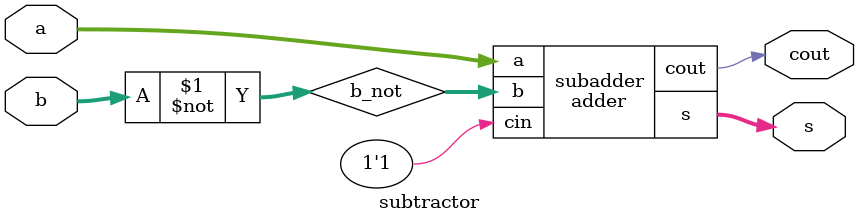
<source format=sv>
module full_adder  (input logic x, y, z,
 				 output logic s, c );
	assign s = x^y^z;
	assign c = (x&y)|(y&z)|(x&z);
endmodule


module adder (
	input  logic  [8:0] a, 
    input  logic  [8:0] b,
	input  logic         cin,
	
	output logic  [8:0] s,
	output logic         cout
);

	/* TODO
		*
		* Insert code here to implement a ripple adder.
		* Your code should be completly combinational (don't use always_ff or always_latch).
		* Feel free to create sub-modules or other files. */
logic       c1, c2, c3, c4, c5, c6, c7, c8;
 
full_adder  FA0(.x(a[0]), .y(b[0]), .z(cin), .s(s[0]), .c(c1));
full_adder  FA1(.x(a[1]), .y(b[1]), .z(c1), .s(s[1]), .c(c2));
full_adder  FA2(.x(a[2]), .y(b[2]), .z(c2), .s(s[2]), .c(c3));
full_adder  FA3(.x(a[3]), .y(b[3]), .z(c3), .s(s[3]), .c(c4));
full_adder  FA4(.x(a[4]), .y(b[4]), .z(c4), .s(s[4]), .c(c5));
full_adder  FA5(.x(a[5]), .y(b[5]), .z(c5), .s(s[5]), .c(c6));
full_adder  FA6(.x(a[6]), .y(b[6]), .z(c6), .s(s[6]), .c(c7));
full_adder  FA7(.x(a[7]), .y(b[7]), .z(c7), .s(s[7]), .c(c8));
full_adder  FA8(.x(a[8]), .y(b[8]), .z(c8), .s(s[8]), .c(cout));
endmodule

module subtractor (
	input  logic  [8:0] a, 
    input  logic  [8:0] b,	
	output logic  [8:0] s,
	output logic   cout
);
logic [8:0] b_not;
assign b_not = ~b;
adder subadder(.a(a), .b(b_not), .cin(1), .s(s), .cout(cout));
endmodule
</source>
